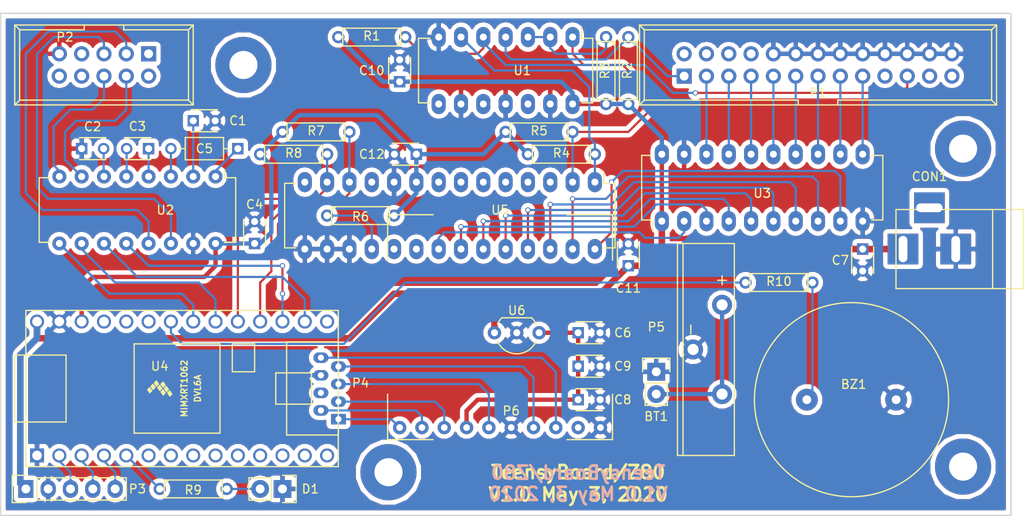
<source format=kicad_pcb>
(kicad_pcb (version 4) (host pcbnew 4.0.5+dfsg1-4)
  (title_block (title TeensyBoard/Z80) (date 2020-05-03) (rev 1.0))
  (layers (0 F.Cu signal) (31 B.Cu signal) (34 B.Paste user) (35 F.Paste user) (36 B.SilkS user) (37 F.SilkS user) (38 B.Mask user) (39 F.Mask user) (44 Edge.Cuts user))
  (net 0 "")
  (net 1 VMEM)
  (net 2 GND)
  (net 3 "Net-(BZ1-Pad1)")
  (net 4 "Net-(C1-Pad1)")
  (net 5 "Net-(C2-Pad2)")
  (net 6 "Net-(C3-Pad1)")
  (net 7 "Net-(C3-Pad2)")
  (net 8 +3V3)
  (net 9 "Net-(C5-Pad1)")
  (net 10 "Net-(C5-Pad2)")
  (net 11 "Net-(C6-Pad1)")
  (net 12 +5V)
  (net 13 "Net-(D1-Pad2)")
  (net 14 "Net-(P1-Pad1)")
  (net 15 "Net-(P1-Pad2)")
  (net 16 "Net-(P1-Pad3)")
  (net 17 "Net-(P1-Pad4)")
  (net 18 "Net-(P1-Pad5)")
  (net 19 "Net-(P1-Pad6)")
  (net 20 "Net-(P1-Pad7)")
  (net 21 "Net-(P1-Pad8)")
  (net 22 "Net-(P1-Pad9)")
  (net 23 "Net-(P1-Pad11)")
  (net 24 "Net-(P1-Pad13)")
  (net 25 "Net-(P1-Pad15)")
  (net 26 "Net-(P1-Pad17)")
  (net 27 "Net-(P1-Pad19)")
  (net 28 "Net-(P1-Pad21)")
  (net 29 "Net-(P1-Pad23)")
  (net 30 "Net-(P1-Pad25)")
  (net 31 "Net-(P2-Pad1)")
  (net 32 "Net-(P2-Pad2)")
  (net 33 "Net-(P2-Pad3)")
  (net 34 "Net-(P2-Pad4)")
  (net 35 "Net-(P2-Pad5)")
  (net 36 "Net-(P2-Pad6)")
  (net 37 "Net-(P2-Pad7)")
  (net 38 "Net-(P2-Pad8)")
  (net 39 "Net-(P2-Pad10)")
  (net 40 "Net-(P3-Pad3)")
  (net 41 "Net-(P3-Pad4)")
  (net 42 "Net-(P3-Pad5)")
  (net 43 "Net-(P6-Pad9)")
  (net 44 "Net-(R3-Pad1)")
  (net 45 "Net-(R4-Pad1)")
  (net 46 "Net-(R5-Pad1)")
  (net 47 "Net-(R6-Pad1)")
  (net 48 "Net-(R7-Pad1)")
  (net 49 "Net-(R8-Pad1)")
  (net 50 "Net-(R9-Pad1)")
  (net 51 "Net-(R10-Pad2)")
  (net 52 "Net-(U2-Pad9)")
  (net 53 "Net-(U2-Pad10)")
  (net 54 "Net-(U2-Pad11)")
  (net 55 "Net-(U2-Pad12)")
  (net 56 "Net-(U3-Pad3)")
  (net 57 "Net-(U3-Pad4)")
  (net 58 "Net-(U3-Pad5)")
  (net 59 "Net-(U3-Pad6)")
  (net 60 "Net-(U3-Pad7)")
  (net 61 "Net-(U3-Pad8)")
  (net 62 "Net-(U3-Pad19)")
  (net 63 "Net-(U3-Pad20)")
  (net 64 "Net-(U3-Pad21)")
  (net 65 "Net-(U3-Pad22)")
  (net 66 "Net-(U3-Pad23)")
  (net 67 "Net-(U3-Pad24)")
  (net 68 "Net-(U3-Pad25)")
  (net 69 "Net-(U3-Pad26)")
  (net 70 "Net-(U3-Pad27)")
  (net 71 "Net-(U3-Pad28)")
  (net 72 "Net-(U4-Pad15)")
  (net 73 "Net-(U4-Pad14)")
  (net 74 "Net-(U4-Pad13)")
  (net 75 "Net-(U4-Pad12)")
  (net 76 "Net-(U4-Pad11)")
  (net 77 "Net-(U4-Pad10)")
  (net 78 "Net-(U4-Pad9)")
  (net 79 "Net-(U4-Pad8)")
  (net 80 "Net-(U4-Pad7)")
  (net 81 "Net-(U4-Pad6)")
  (net 82 "Net-(U1-Pad8)")
  (net 83 "Net-(U1-Pad10)")
  (net 84 "Net-(U1-Pad12)")
  (net 85 "Net-(P4-Pad4)")
  (net 86 "Net-(U4-Pad23)")
  (net 87 "Net-(U4-Pad24)")
  (net 88 "Net-(U4-Pad25)")
  (net 89 "Net-(CON1-Pad3)")
  (net 90 "Net-(P4-Pad1)")
  (net 91 "Net-(P4-Pad2)")
  (net 92 "Net-(P4-Pad3)")
  (net 93 "Net-(P4-Pad5)")
  (net 94 "Net-(P4-Pad7)")
  (net 95 "Net-(P4-Pad8)")
  (module Teensy:Teensy40 (layer F.Cu) (at 120.65 92.71)
    (fp_text reference U4 (at -2.54 -2.54) (layer F.SilkS))
    (fp_text value Teensy4.0)
    (fp_text user MIMXRT1062 (at 0.254 0 90) (layer F.SilkS) (effects (font (size 0.7 0.7))))
    (fp_text user DVL6A (at 1.778 0 90) (layer F.SilkS) (effects (font (size 0.7 0.7))))
    (pad 15 thru_hole circle (at 16.51 -7.62) (size 1.6 1.6) (drill 1.1) (layers *.Cu *.Mask) (net 72 "Net-(U4-Pad15)"))
    (pad 14 thru_hole circle (at 16.51 7.62) (size 1.6 1.6) (drill 1.1) (layers *.Cu *.Mask) (net 73 "Net-(U4-Pad14)"))
    (pad 16 thru_hole circle (at 13.97 -7.62) (size 1.6 1.6) (drill 1.1) (layers *.Cu *.Mask) (net 54 "Net-(U2-Pad11)"))
    (pad 17 thru_hole circle (at 11.43 -7.62) (size 1.6 1.6) (drill 1.1) (layers *.Cu *.Mask) (net 55 "Net-(U2-Pad12)"))
    (pad 18 thru_hole circle (at 8.89 -7.62) (size 1.6 1.6) (drill 1.1) (layers *.Cu *.Mask) (net 48 "Net-(R7-Pad1)"))
    (pad 19 thru_hole circle (at 6.35 -7.62) (size 1.6 1.6) (drill 1.1) (layers *.Cu *.Mask) (net 49 "Net-(R8-Pad1)"))
    (pad 20 thru_hole circle (at 3.81 -7.62) (size 1.6 1.6) (drill 1.1) (layers *.Cu *.Mask) (net 53 "Net-(U2-Pad10)"))
    (pad 21 thru_hole circle (at 1.27 -7.62) (size 1.6 1.6) (drill 1.1) (layers *.Cu *.Mask) (net 52 "Net-(U2-Pad9)"))
    (pad 22 thru_hole circle (at -1.27 -7.62) (size 1.6 1.6) (drill 1.1) (layers *.Cu *.Mask) (net 51 "Net-(R10-Pad2)"))
    (pad 23 thru_hole circle (at -3.81 -7.62) (size 1.6 1.6) (drill 1.1) (layers *.Cu *.Mask) (net 86 "Net-(U4-Pad23)"))
    (pad 24 thru_hole circle (at -6.35 -7.62) (size 1.6 1.6) (drill 1.1) (layers *.Cu *.Mask) (net 87 "Net-(U4-Pad24)"))
    (pad 25 thru_hole circle (at -8.89 -7.62) (size 1.6 1.6) (drill 1.1) (layers *.Cu *.Mask) (net 88 "Net-(U4-Pad25)"))
    (pad 26 thru_hole circle (at -11.43 -7.62) (size 1.6 1.6) (drill 1.1) (layers *.Cu *.Mask) (net 8 +3V3))
    (pad 27 thru_hole circle (at -13.97 -7.62) (size 1.6 1.6) (drill 1.1) (layers *.Cu *.Mask) (net 2 GND))
    (pad 28 thru_hole circle (at -16.51 -7.62) (size 1.6 1.6) (drill 1.1) (layers *.Cu *.Mask) (net 12 +5V))
    (pad 13 thru_hole circle (at 13.97 7.62) (size 1.6 1.6) (drill 1.1) (layers *.Cu *.Mask) (net 74 "Net-(U4-Pad13)"))
    (pad 12 thru_hole circle (at 11.43 7.62) (size 1.6 1.6) (drill 1.1) (layers *.Cu *.Mask) (net 75 "Net-(U4-Pad12)"))
    (pad 11 thru_hole circle (at 8.89 7.62) (size 1.6 1.6) (drill 1.1) (layers *.Cu *.Mask) (net 76 "Net-(U4-Pad11)"))
    (pad 10 thru_hole circle (at 6.35 7.62) (size 1.6 1.6) (drill 1.1) (layers *.Cu *.Mask) (net 77 "Net-(U4-Pad10)"))
    (pad 9 thru_hole circle (at 3.81 7.62) (size 1.6 1.6) (drill 1.1) (layers *.Cu *.Mask) (net 78 "Net-(U4-Pad9)"))
    (pad 8 thru_hole circle (at 1.27 7.62) (size 1.6 1.6) (drill 1.1) (layers *.Cu *.Mask) (net 79 "Net-(U4-Pad8)"))
    (pad 7 thru_hole circle (at -1.27 7.62) (size 1.6 1.6) (drill 1.1) (layers *.Cu *.Mask) (net 80 "Net-(U4-Pad7)"))
    (pad 6 thru_hole circle (at -3.81 7.62) (size 1.6 1.6) (drill 1.1) (layers *.Cu *.Mask) (net 81 "Net-(U4-Pad6)"))
    (pad 5 thru_hole circle (at -6.35 7.62) (size 1.6 1.6) (drill 1.1) (layers *.Cu *.Mask) (net 50 "Net-(R9-Pad1)"))
    (pad 4 thru_hole circle (at -8.89 7.62) (size 1.6 1.6) (drill 1.1) (layers *.Cu *.Mask) (net 42 "Net-(P3-Pad5)"))
    (pad 3 thru_hole circle (at -11.43 7.62) (size 1.6 1.6) (drill 1.1) (layers *.Cu *.Mask) (net 41 "Net-(P3-Pad4)"))
    (pad 2 thru_hole circle (at -13.97 7.62) (size 1.6 1.6) (drill 1.1) (layers *.Cu *.Mask) (net 40 "Net-(P3-Pad3)"))
    (pad 1 thru_hole rect (at -16.51 7.62) (size 1.6 1.6) (drill 1.1) (layers *.Cu *.Mask) (net 2 GND))
  )
  (module Mounting_Holes:MountingHole_3.2mm_M3_Pad (layer F.Cu) (at 209.55 65.405)
    (fp_text reference "" hide)
    (fp_text value "" hide)
    (pad 1 thru_hole circle (at 0 0) (size 6.4 6.4) (drill 3.2) (layers *.Cu *.Mask))
  )
  (module Mounting_Holes:MountingHole_3.2mm_M3_Pad (layer F.Cu) (at 209.55 101.6)
    (fp_text reference "" hide)
    (fp_text value "" hide)
    (pad 1 thru_hole circle (at 0 0) (size 6.4 6.4) (drill 3.2) (layers *.Cu *.Mask))
  )
  (module Mounting_Holes:MountingHole_3.2mm_M3_Pad (layer F.Cu) (at 144.145 102.235)
    (fp_text reference "" hide)
    (fp_text value "" hide)
    (pad 1 thru_hole circle (at 0 0) (size 6.4 6.4) (drill 3.2) (layers *.Cu *.Mask))
  )
  (module Discret:R3 (layer F.Cu) (at 188.595 80.645 180)
    (fp_text reference R10 (at 0 0.127 180) (layer F.SilkS))
    (fp_text value 1K)
    (pad 1 thru_hole circle (at -3.81 0 180) (size 1.397 1.397) (drill 0.8128) (layers *.Cu *.Mask) (net 3 "Net-(BZ1-Pad1)"))
    (pad 2 thru_hole circle (at 3.81 0 180) (size 1.397 1.397) (drill 0.8128) (layers *.Cu *.Mask) (net 51 "Net-(R10-Pad2)"))
  )
  (module Housings_DIP:DIP-14_W7.62mm_LongPads (layer F.Cu) (at 165.1 52.705 270)
    (fp_text reference U1 (at 3.81 5.715 360) (layer F.SilkS))
    (fp_text value 74LS05)
    (pad 1 thru_hole oval (at 0 0 270) (size 2.3 1.6) (drill 0.8) (layers *.Cu *.Mask) (net 46 "Net-(R5-Pad1)"))
    (pad 2 thru_hole oval (at 0 2.54 270) (size 2.3 1.6) (drill 0.8) (layers *.Cu *.Mask) (net 44 "Net-(R3-Pad1)"))
    (pad 3 thru_hole oval (at 0 5.08 270) (size 2.3 1.6) (drill 0.8) (layers *.Cu *.Mask) (net 44 "Net-(R3-Pad1)"))
    (pad 4 thru_hole oval (at 0 7.62 270) (size 2.3 1.6) (drill 0.8) (layers *.Cu *.Mask) (net 14 "Net-(P1-Pad1)"))
    (pad 5 thru_hole oval (at 0 10.16 270) (size 2.3 1.6) (drill 0.8) (layers *.Cu *.Mask) (net 28 "Net-(P1-Pad21)"))
    (pad 6 thru_hole oval (at 0 12.7 270) (size 2.3 1.6) (drill 0.8) (layers *.Cu *.Mask) (net 45 "Net-(R4-Pad1)"))
    (pad 7 thru_hole oval (at 0 15.24 270) (size 2.3 1.6) (drill 0.8) (layers *.Cu *.Mask) (net 2 GND))
    (pad 8 thru_hole oval (at 7.62 15.24 270) (size 2.3 1.6) (drill 0.8) (layers *.Cu *.Mask) (net 82 "Net-(U1-Pad8)"))
    (pad 9 thru_hole oval (at 7.62 12.7 270) (size 2.3 1.6) (drill 0.8) (layers *.Cu *.Mask) (net 2 GND))
    (pad 10 thru_hole oval (at 7.62 10.16 270) (size 2.3 1.6) (drill 0.8) (layers *.Cu *.Mask) (net 83 "Net-(U1-Pad10)"))
    (pad 11 thru_hole oval (at 7.62 7.62 270) (size 2.3 1.6) (drill 0.8) (layers *.Cu *.Mask) (net 2 GND))
    (pad 12 thru_hole oval (at 7.62 5.08 270) (size 2.3 1.6) (drill 0.8) (layers *.Cu *.Mask) (net 84 "Net-(U1-Pad12)"))
    (pad 13 thru_hole oval (at 7.62 2.54 270) (size 2.3 1.6) (drill 0.8) (layers *.Cu *.Mask) (net 2 GND))
    (pad 14 thru_hole oval (at 7.62 0 270) (size 2.3 1.6) (drill 0.8) (layers *.Cu *.Mask) (net 12 +5V))
  )
  (module microSD_Adapters:CN0023 (layer F.Cu) (at 145.415 97.155)
    (fp_text reference P6 (at 12.7 -1.905) (layer F.SilkS))
    (fp_text value CN0023)
    (pad 1 thru_hole circle (at 0 0) (size 1.524 1.524) (drill 0.762) (layers *.Cu *.Mask) (net 90 "Net-(P4-Pad1)"))
    (pad 2 thru_hole circle (at 2.54 0) (size 1.524 1.524) (drill 0.762) (layers *.Cu *.Mask) (net 91 "Net-(P4-Pad2)"))
    (pad 3 thru_hole circle (at 5.08 0) (size 1.524 1.524) (drill 0.762) (layers *.Cu *.Mask) (net 92 "Net-(P4-Pad3)"))
    (pad 4 thru_hole circle (at 7.62 0) (size 1.524 1.524) (drill 0.762) (layers *.Cu *.Mask) (net 11 "Net-(C6-Pad1)"))
    (pad 5 thru_hole circle (at 10.16 0) (size 1.524 1.524) (drill 0.762) (layers *.Cu *.Mask) (net 93 "Net-(P4-Pad5)"))
    (pad 6 thru_hole circle (at 12.7 0) (size 1.524 1.524) (drill 0.762) (layers *.Cu *.Mask) (net 2 GND))
    (pad 7 thru_hole circle (at 15.24 0) (size 1.524 1.524) (drill 0.762) (layers *.Cu *.Mask) (net 94 "Net-(P4-Pad7)"))
    (pad 8 thru_hole circle (at 17.78 0) (size 1.524 1.524) (drill 0.762) (layers *.Cu *.Mask) (net 95 "Net-(P4-Pad8)"))
    (pad 9 thru_hole circle (at 20.32 0) (size 1.524 1.524) (drill 0.762) (layers *.Cu *.Mask) (net 43 "Net-(P6-Pad9)"))
    (pad 10 thru_hole circle (at 22.86 0) (size 1.524 1.524) (drill 0.762) (layers *.Cu *.Mask) (net 2 GND))
  )
  (module Housings_DIP:DIP-28_W7.62mm_LongPads (layer F.Cu) (at 167.64 69.215 270)
    (fp_text reference U3 (at 1.27 -19.05 360) (layer F.SilkS))
    (fp_text value MCP23017)
    (pad 1 thru_hole oval (at 0 0 270) (size 2.3 1.6) (drill 0.8) (layers *.Cu *.Mask) (net 45 "Net-(R4-Pad1)"))
    (pad 2 thru_hole oval (at 0 2.54 270) (size 2.3 1.6) (drill 0.8) (layers *.Cu *.Mask) (net 46 "Net-(R5-Pad1)"))
    (pad 3 thru_hole oval (at 0 5.08 270) (size 2.3 1.6) (drill 0.8) (layers *.Cu *.Mask) (net 56 "Net-(U3-Pad3)"))
    (pad 4 thru_hole oval (at 0 7.62 270) (size 2.3 1.6) (drill 0.8) (layers *.Cu *.Mask) (net 57 "Net-(U3-Pad4)"))
    (pad 5 thru_hole oval (at 0 10.16 270) (size 2.3 1.6) (drill 0.8) (layers *.Cu *.Mask) (net 58 "Net-(U3-Pad5)"))
    (pad 6 thru_hole oval (at 0 12.7 270) (size 2.3 1.6) (drill 0.8) (layers *.Cu *.Mask) (net 59 "Net-(U3-Pad6)"))
    (pad 7 thru_hole oval (at 0 15.24 270) (size 2.3 1.6) (drill 0.8) (layers *.Cu *.Mask) (net 60 "Net-(U3-Pad7)"))
    (pad 8 thru_hole oval (at 0 17.78 270) (size 2.3 1.6) (drill 0.8) (layers *.Cu *.Mask) (net 61 "Net-(U3-Pad8)"))
    (pad 9 thru_hole oval (at 0 20.32 270) (size 2.3 1.6) (drill 0.8) (layers *.Cu *.Mask) (net 8 +3V3))
    (pad 10 thru_hole oval (at 0 22.86 270) (size 2.3 1.6) (drill 0.8) (layers *.Cu *.Mask) (net 2 GND))
    (pad 11 thru_hole oval (at 0 25.4 270) (size 2.3 1.6) (drill 0.8) (layers *.Cu *.Mask))
    (pad 12 thru_hole oval (at 0 27.94 270) (size 2.3 1.6) (drill 0.8) (layers *.Cu *.Mask) (net 48 "Net-(R7-Pad1)"))
    (pad 13 thru_hole oval (at 0 30.48 270) (size 2.3 1.6) (drill 0.8) (layers *.Cu *.Mask) (net 49 "Net-(R8-Pad1)"))
    (pad 14 thru_hole oval (at 0 33.02 270) (size 2.3 1.6) (drill 0.8) (layers *.Cu *.Mask))
    (pad 15 thru_hole oval (at 7.62 33.02 270) (size 2.3 1.6) (drill 0.8) (layers *.Cu *.Mask) (net 2 GND))
    (pad 16 thru_hole oval (at 7.62 30.48 270) (size 2.3 1.6) (drill 0.8) (layers *.Cu *.Mask) (net 2 GND))
    (pad 17 thru_hole oval (at 7.62 27.94 270) (size 2.3 1.6) (drill 0.8) (layers *.Cu *.Mask) (net 2 GND))
    (pad 18 thru_hole oval (at 7.62 25.4 270) (size 2.3 1.6) (drill 0.8) (layers *.Cu *.Mask) (net 47 "Net-(R6-Pad1)"))
    (pad 19 thru_hole oval (at 7.62 22.86 270) (size 2.3 1.6) (drill 0.8) (layers *.Cu *.Mask) (net 62 "Net-(U3-Pad19)"))
    (pad 20 thru_hole oval (at 7.62 20.32 270) (size 2.3 1.6) (drill 0.8) (layers *.Cu *.Mask) (net 63 "Net-(U3-Pad20)"))
    (pad 21 thru_hole oval (at 7.62 17.78 270) (size 2.3 1.6) (drill 0.8) (layers *.Cu *.Mask) (net 64 "Net-(U3-Pad21)"))
    (pad 22 thru_hole oval (at 7.62 15.24 270) (size 2.3 1.6) (drill 0.8) (layers *.Cu *.Mask) (net 65 "Net-(U3-Pad22)"))
    (pad 23 thru_hole oval (at 7.62 12.7 270) (size 2.3 1.6) (drill 0.8) (layers *.Cu *.Mask) (net 66 "Net-(U3-Pad23)"))
    (pad 24 thru_hole oval (at 7.62 10.16 270) (size 2.3 1.6) (drill 0.8) (layers *.Cu *.Mask) (net 67 "Net-(U3-Pad24)"))
    (pad 25 thru_hole oval (at 7.62 7.62 270) (size 2.3 1.6) (drill 0.8) (layers *.Cu *.Mask) (net 68 "Net-(U3-Pad25)"))
    (pad 26 thru_hole oval (at 7.62 5.08 270) (size 2.3 1.6) (drill 0.8) (layers *.Cu *.Mask) (net 69 "Net-(U3-Pad26)"))
    (pad 27 thru_hole oval (at 7.62 2.54 270) (size 2.3 1.6) (drill 0.8) (layers *.Cu *.Mask) (net 70 "Net-(U3-Pad27)"))
    (pad 28 thru_hole oval (at 7.62 0 270) (size 2.3 1.6) (drill 0.8) (layers *.Cu *.Mask) (net 71 "Net-(U3-Pad28)"))
  )
  (module Connectors:CR2032V (layer F.Cu) (at 180.34 88.265 90)
    (fp_text reference BT1 (at -7.62 -5.715 180) (layer F.SilkS))
    (fp_text value CR2032)
    (pad 1 thru_hole circle (at -5.08 1.778 90) (size 2.286 2.286) (drill 1.27) (layers *.Cu *.Mask) (net 1 VMEM))
    (pad 1 thru_hole circle (at 5.08 1.778 90) (size 2.286 2.286) (drill 1.27) (layers *.Cu *.Mask) (net 1 VMEM))
    (pad 2 thru_hole circle (at 0 -1.524 90) (size 2.286 2.286) (drill 1.27) (layers *.Cu *.Mask) (net 2 GND))
  )
  (module Murata_Buzzers:PKM22EPP (layer F.Cu) (at 196.85 93.98)
    (fp_text reference BZ1 (at 0.24892 -1.75006 180) (layer F.SilkS))
    (fp_text value Buzzer)
    (pad 2 thru_hole circle (at 5.08 0) (size 2.49936 2.49936) (drill 1.00076) (layers *.Cu *.Mask) (net 2 GND))
    (pad 1 thru_hole circle (at -5.08 0) (size 2.49936 2.49936) (drill 1.00076) (layers *.Cu *.Mask) (net 3 "Net-(BZ1-Pad1)"))
  )
  (module Capacitors_THT:C_Disc_D3_P2.5 (layer F.Cu) (at 121.92 62.23)
    (fp_text reference C1 (at 5.08 0) (layer F.SilkS))
    (fp_text value 100nF)
    (pad 1 thru_hole rect (at 0 0) (size 1.3 1.3) (drill 0.8) (layers *.Cu *.Mask) (net 4 "Net-(C1-Pad1)"))
    (pad 2 thru_hole circle (at 2.5 0) (size 1.3 1.3) (drill 0.8001) (layers *.Cu *.Mask) (net 2 GND))
  )
  (module Capacitors_THT:C_Disc_D3_P2.5 (layer F.Cu) (at 109.22 65.405)
    (fp_text reference C2 (at 1.25 -2.5) (layer F.SilkS))
    (fp_text value 100nF)
    (pad 1 thru_hole rect (at 0 0) (size 1.3 1.3) (drill 0.8) (layers *.Cu *.Mask) (net 2 GND))
    (pad 2 thru_hole circle (at 2.5 0) (size 1.3 1.3) (drill 0.8001) (layers *.Cu *.Mask) (net 5 "Net-(C2-Pad2)"))
  )
  (module Capacitors_THT:C_Disc_D3_P2.5 (layer F.Cu) (at 116.84 65.405 180)
    (fp_text reference C3 (at 1.27 2.54 180) (layer F.SilkS))
    (fp_text value 100nF)
    (pad 1 thru_hole rect (at 0 0 180) (size 1.3 1.3) (drill 0.8) (layers *.Cu *.Mask) (net 6 "Net-(C3-Pad1)"))
    (pad 2 thru_hole circle (at 2.5 0 180) (size 1.3 1.3) (drill 0.8001) (layers *.Cu *.Mask) (net 7 "Net-(C3-Pad2)"))
  )
  (module Capacitors_THT:C_Disc_D3_P2.5 (layer F.Cu) (at 128.905 76.2 90)
    (fp_text reference C4 (at 4.445 0 180) (layer F.SilkS))
    (fp_text value 100nF)
    (pad 1 thru_hole rect (at 0 0 90) (size 1.3 1.3) (drill 0.8) (layers *.Cu *.Mask) (net 8 +3V3))
    (pad 2 thru_hole circle (at 2.5 0 90) (size 1.3 1.3) (drill 0.8001) (layers *.Cu *.Mask) (net 2 GND))
  )
  (module Capacitors_THT:C_Axial_D2.5_L4.3_P7.5 (layer F.Cu) (at 123.19 65.405 180)
    (fp_text reference C5 (at 0 0 180) (layer F.SilkS))
    (fp_text value 100nF)
    (pad 1 thru_hole rect (at -3.81 0 180) (size 1.3 1.3) (drill 0.8) (layers *.Cu *.Mask) (net 9 "Net-(C5-Pad1)"))
    (pad 2 thru_hole circle (at 3.81 0 180) (size 1.3 1.3) (drill 0.8001) (layers *.Cu *.Mask) (net 10 "Net-(C5-Pad2)"))
  )
  (module Capacitors_THT:C_Disc_D3_P2.5 (layer F.Cu) (at 198.12 76.835 270)
    (fp_text reference C7 (at 1.27 2.54 360) (layer F.SilkS))
    (fp_text value 100nF)
    (pad 1 thru_hole rect (at 0 0 270) (size 1.3 1.3) (drill 0.8) (layers *.Cu *.Mask) (net 12 +5V))
    (pad 2 thru_hole circle (at 2.5 0 270) (size 1.3 1.3) (drill 0.8001) (layers *.Cu *.Mask) (net 2 GND))
  )
  (module Capacitors_THT:C_Disc_D3_P2.5 (layer F.Cu) (at 165.735 93.98)
    (fp_text reference C8 (at 5.08 0) (layer F.SilkS))
    (fp_text value 100nF)
    (pad 1 thru_hole rect (at 0 0) (size 1.3 1.3) (drill 0.8) (layers *.Cu *.Mask) (net 11 "Net-(C6-Pad1)"))
    (pad 2 thru_hole circle (at 2.5 0) (size 1.3 1.3) (drill 0.8001) (layers *.Cu *.Mask) (net 2 GND))
  )
  (module Capacitors_THT:C_Disc_D3_P2.5 (layer F.Cu) (at 165.735 90.17)
    (fp_text reference C9 (at 5.08 0) (layer F.SilkS))
    (fp_text value 4.7uF)
    (pad 1 thru_hole rect (at 0 0) (size 1.3 1.3) (drill 0.8) (layers *.Cu *.Mask) (net 11 "Net-(C6-Pad1)"))
    (pad 2 thru_hole circle (at 2.5 0) (size 1.3 1.3) (drill 0.8001) (layers *.Cu *.Mask) (net 2 GND))
  )
  (module Capacitors_THT:C_Disc_D3_P2.5 (layer F.Cu) (at 145.415 57.785 90)
    (fp_text reference C10 (at 1.27 -3.175 180) (layer F.SilkS))
    (fp_text value 100nF)
    (pad 1 thru_hole rect (at 0 0 90) (size 1.3 1.3) (drill 0.8) (layers *.Cu *.Mask) (net 12 +5V))
    (pad 2 thru_hole circle (at 2.5 0 90) (size 1.3 1.3) (drill 0.8001) (layers *.Cu *.Mask) (net 2 GND))
  )
  (module Capacitors_THT:C_Disc_D3_P2.5 (layer F.Cu) (at 171.45 78.74 90)
    (fp_text reference C11 (at -2.54 0 180) (layer F.SilkS))
    (fp_text value 100nF)
    (pad 1 thru_hole rect (at 0 0 90) (size 1.3 1.3) (drill 0.8) (layers *.Cu *.Mask) (net 12 +5V))
    (pad 2 thru_hole circle (at 2.5 0 90) (size 1.3 1.3) (drill 0.8001) (layers *.Cu *.Mask) (net 2 GND))
  )
  (module Capacitors_THT:C_Disc_D3_P2.5 (layer F.Cu) (at 147.32 66.04 180)
    (fp_text reference C12 (at 5.08 0 180) (layer F.SilkS))
    (fp_text value 100nF)
    (pad 1 thru_hole rect (at 0 0 180) (size 1.3 1.3) (drill 0.8) (layers *.Cu *.Mask) (net 8 +3V3))
    (pad 2 thru_hole circle (at 2.5 0 180) (size 1.3 1.3) (drill 0.8001) (layers *.Cu *.Mask) (net 2 GND))
  )
  (module Connectors:IDC_Header_Straight_26pins (layer F.Cu) (at 177.8 57.15)
    (fp_text reference P1 (at 15.24 1.905) (layer F.SilkS))
    (fp_text value "Parallel Port")
    (pad 1 thru_hole rect (at 0 0) (size 1.7272 1.7272) (drill 1.016) (layers *.Cu *.Mask) (net 14 "Net-(P1-Pad1)"))
    (pad 2 thru_hole oval (at 0 -2.54) (size 1.7272 1.7272) (drill 1.016) (layers *.Cu *.Mask) (net 15 "Net-(P1-Pad2)"))
    (pad 3 thru_hole oval (at 2.54 0) (size 1.7272 1.7272) (drill 1.016) (layers *.Cu *.Mask) (net 16 "Net-(P1-Pad3)"))
    (pad 4 thru_hole oval (at 2.54 -2.54) (size 1.7272 1.7272) (drill 1.016) (layers *.Cu *.Mask) (net 17 "Net-(P1-Pad4)"))
    (pad 5 thru_hole oval (at 5.08 0) (size 1.7272 1.7272) (drill 1.016) (layers *.Cu *.Mask) (net 18 "Net-(P1-Pad5)"))
    (pad 6 thru_hole oval (at 5.08 -2.54) (size 1.7272 1.7272) (drill 1.016) (layers *.Cu *.Mask) (net 19 "Net-(P1-Pad6)"))
    (pad 7 thru_hole oval (at 7.62 0) (size 1.7272 1.7272) (drill 1.016) (layers *.Cu *.Mask) (net 20 "Net-(P1-Pad7)"))
    (pad 8 thru_hole oval (at 7.62 -2.54) (size 1.7272 1.7272) (drill 1.016) (layers *.Cu *.Mask) (net 21 "Net-(P1-Pad8)"))
    (pad 9 thru_hole oval (at 10.16 0) (size 1.7272 1.7272) (drill 1.016) (layers *.Cu *.Mask) (net 22 "Net-(P1-Pad9)"))
    (pad 10 thru_hole oval (at 10.16 -2.54) (size 1.7272 1.7272) (drill 1.016) (layers *.Cu *.Mask) (net 2 GND))
    (pad 11 thru_hole oval (at 12.7 0) (size 1.7272 1.7272) (drill 1.016) (layers *.Cu *.Mask) (net 23 "Net-(P1-Pad11)"))
    (pad 12 thru_hole oval (at 12.7 -2.54) (size 1.7272 1.7272) (drill 1.016) (layers *.Cu *.Mask) (net 2 GND))
    (pad 13 thru_hole oval (at 15.24 0) (size 1.7272 1.7272) (drill 1.016) (layers *.Cu *.Mask) (net 24 "Net-(P1-Pad13)"))
    (pad 14 thru_hole oval (at 15.24 -2.54) (size 1.7272 1.7272) (drill 1.016) (layers *.Cu *.Mask) (net 2 GND))
    (pad 15 thru_hole oval (at 17.78 0) (size 1.7272 1.7272) (drill 1.016) (layers *.Cu *.Mask) (net 25 "Net-(P1-Pad15)"))
    (pad 16 thru_hole oval (at 17.78 -2.54) (size 1.7272 1.7272) (drill 1.016) (layers *.Cu *.Mask) (net 2 GND))
    (pad 17 thru_hole oval (at 20.32 0) (size 1.7272 1.7272) (drill 1.016) (layers *.Cu *.Mask) (net 26 "Net-(P1-Pad17)"))
    (pad 18 thru_hole oval (at 20.32 -2.54) (size 1.7272 1.7272) (drill 1.016) (layers *.Cu *.Mask) (net 2 GND))
    (pad 19 thru_hole oval (at 22.86 0) (size 1.7272 1.7272) (drill 1.016) (layers *.Cu *.Mask) (net 27 "Net-(P1-Pad19)"))
    (pad 20 thru_hole oval (at 22.86 -2.54) (size 1.7272 1.7272) (drill 1.016) (layers *.Cu *.Mask) (net 2 GND))
    (pad 21 thru_hole oval (at 25.4 0) (size 1.7272 1.7272) (drill 1.016) (layers *.Cu *.Mask) (net 28 "Net-(P1-Pad21)"))
    (pad 22 thru_hole oval (at 25.4 -2.54) (size 1.7272 1.7272) (drill 1.016) (layers *.Cu *.Mask) (net 2 GND))
    (pad 23 thru_hole oval (at 27.94 0) (size 1.7272 1.7272) (drill 1.016) (layers *.Cu *.Mask) (net 29 "Net-(P1-Pad23)"))
    (pad 24 thru_hole oval (at 27.94 -2.54) (size 1.7272 1.7272) (drill 1.016) (layers *.Cu *.Mask) (net 2 GND))
    (pad 25 thru_hole oval (at 30.48 0) (size 1.7272 1.7272) (drill 1.016) (layers *.Cu *.Mask) (net 30 "Net-(P1-Pad25)"))
    (pad 26 thru_hole oval (at 30.48 -2.54) (size 1.7272 1.7272) (drill 1.016) (layers *.Cu *.Mask) (net 2 GND))
  )
  (module Connectors:IDC_Header_Straight_10pins (layer F.Cu) (at 116.84 54.61 180)
    (fp_text reference P2 (at 9.525 1.905 180) (layer F.SilkS))
    (fp_text value "Serial Port")
    (pad 1 thru_hole rect (at 0 0 180) (size 1.7272 1.7272) (drill 1.016) (layers *.Cu *.Mask) (net 31 "Net-(P2-Pad1)"))
    (pad 2 thru_hole oval (at 0 -2.54 180) (size 1.7272 1.7272) (drill 1.016) (layers *.Cu *.Mask) (net 32 "Net-(P2-Pad2)"))
    (pad 3 thru_hole oval (at 2.54 0 180) (size 1.7272 1.7272) (drill 1.016) (layers *.Cu *.Mask) (net 33 "Net-(P2-Pad3)"))
    (pad 4 thru_hole oval (at 2.54 -2.54 180) (size 1.7272 1.7272) (drill 1.016) (layers *.Cu *.Mask) (net 34 "Net-(P2-Pad4)"))
    (pad 5 thru_hole oval (at 5.08 0 180) (size 1.7272 1.7272) (drill 1.016) (layers *.Cu *.Mask) (net 35 "Net-(P2-Pad5)"))
    (pad 6 thru_hole oval (at 5.08 -2.54 180) (size 1.7272 1.7272) (drill 1.016) (layers *.Cu *.Mask) (net 36 "Net-(P2-Pad6)"))
    (pad 7 thru_hole oval (at 7.62 0 180) (size 1.7272 1.7272) (drill 1.016) (layers *.Cu *.Mask) (net 37 "Net-(P2-Pad7)"))
    (pad 8 thru_hole oval (at 7.62 -2.54 180) (size 1.7272 1.7272) (drill 1.016) (layers *.Cu *.Mask) (net 38 "Net-(P2-Pad8)"))
    (pad 9 thru_hole oval (at 10.16 0 180) (size 1.7272 1.7272) (drill 1.016) (layers *.Cu *.Mask) (net 2 GND))
    (pad 10 thru_hole oval (at 10.16 -2.54 180) (size 1.7272 1.7272) (drill 1.016) (layers *.Cu *.Mask) (net 39 "Net-(P2-Pad10)"))
  )
  (module Pin_Headers:Pin_Header_Straight_1x05 (layer F.Cu) (at 102.87 104.14 90)
    (fp_text reference P3 (at 0 12.7 180) (layer F.SilkS))
    (fp_text value "rPi Port")
    (pad 1 thru_hole rect (at 0 0 90) (size 2.032 1.7272) (drill 1.016) (layers *.Cu *.Mask) (net 12 +5V))
    (pad 2 thru_hole oval (at 0 2.54 90) (size 2.032 1.7272) (drill 1.016) (layers *.Cu *.Mask) (net 2 GND))
    (pad 3 thru_hole oval (at 0 5.08 90) (size 2.032 1.7272) (drill 1.016) (layers *.Cu *.Mask) (net 40 "Net-(P3-Pad3)"))
    (pad 4 thru_hole oval (at 0 7.62 90) (size 2.032 1.7272) (drill 1.016) (layers *.Cu *.Mask) (net 41 "Net-(P3-Pad4)"))
    (pad 5 thru_hole oval (at 0 10.16 90) (size 2.032 1.7272) (drill 1.016) (layers *.Cu *.Mask) (net 42 "Net-(P3-Pad5)"))
  )
  (module Discret:R3 (layer F.Cu) (at 142.24 52.705 180)
    (fp_text reference R1 (at 0 0.127 180) (layer F.SilkS))
    (fp_text value 10K)
    (pad 1 thru_hole circle (at -3.81 0 180) (size 1.397 1.397) (drill 0.8128) (layers *.Cu *.Mask) (net 28 "Net-(P1-Pad21)"))
    (pad 2 thru_hole circle (at 3.81 0 180) (size 1.397 1.397) (drill 0.8128) (layers *.Cu *.Mask) (net 12 +5V))
  )
  (module Discret:R3 (layer F.Cu) (at 171.45 56.515 270)
    (fp_text reference R2 (at 0 0.127 270) (layer F.SilkS))
    (fp_text value 10K)
    (pad 1 thru_hole circle (at -3.81 0 270) (size 1.397 1.397) (drill 0.8128) (layers *.Cu *.Mask) (net 14 "Net-(P1-Pad1)"))
    (pad 2 thru_hole circle (at 3.81 0 270) (size 1.397 1.397) (drill 0.8128) (layers *.Cu *.Mask) (net 12 +5V))
  )
  (module Discret:R3 (layer F.Cu) (at 168.91 56.515 270)
    (fp_text reference R3 (at 0 0.127 270) (layer F.SilkS))
    (fp_text value 10K)
    (pad 1 thru_hole circle (at -3.81 0 270) (size 1.397 1.397) (drill 0.8128) (layers *.Cu *.Mask) (net 44 "Net-(R3-Pad1)"))
    (pad 2 thru_hole circle (at 3.81 0 270) (size 1.397 1.397) (drill 0.8128) (layers *.Cu *.Mask) (net 12 +5V))
  )
  (module Discret:R3 (layer F.Cu) (at 163.83 66.04 180)
    (fp_text reference R4 (at 0 0.127 180) (layer F.SilkS))
    (fp_text value 4.7K)
    (pad 1 thru_hole circle (at -3.81 0 180) (size 1.397 1.397) (drill 0.8128) (layers *.Cu *.Mask) (net 45 "Net-(R4-Pad1)"))
    (pad 2 thru_hole circle (at 3.81 0 180) (size 1.397 1.397) (drill 0.8128) (layers *.Cu *.Mask) (net 8 +3V3))
  )
  (module Discret:R3 (layer F.Cu) (at 161.29 63.5 180)
    (fp_text reference R5 (at 0 0.127 180) (layer F.SilkS))
    (fp_text value 4.7K)
    (pad 1 thru_hole circle (at -3.81 0 180) (size 1.397 1.397) (drill 0.8128) (layers *.Cu *.Mask) (net 46 "Net-(R5-Pad1)"))
    (pad 2 thru_hole circle (at 3.81 0 180) (size 1.397 1.397) (drill 0.8128) (layers *.Cu *.Mask) (net 8 +3V3))
  )
  (module Discret:R3 (layer F.Cu) (at 140.97 73.025)
    (fp_text reference R6 (at 0 0.127) (layer F.SilkS))
    (fp_text value 4.7K)
    (pad 1 thru_hole circle (at -3.81 0) (size 1.397 1.397) (drill 0.8128) (layers *.Cu *.Mask) (net 47 "Net-(R6-Pad1)"))
    (pad 2 thru_hole circle (at 3.81 0) (size 1.397 1.397) (drill 0.8128) (layers *.Cu *.Mask) (net 8 +3V3))
  )
  (module Discret:R3 (layer F.Cu) (at 135.89 63.5 180)
    (fp_text reference R7 (at 0 0.127 180) (layer F.SilkS))
    (fp_text value 4.7K)
    (pad 1 thru_hole circle (at -3.81 0 180) (size 1.397 1.397) (drill 0.8128) (layers *.Cu *.Mask) (net 48 "Net-(R7-Pad1)"))
    (pad 2 thru_hole circle (at 3.81 0 180) (size 1.397 1.397) (drill 0.8128) (layers *.Cu *.Mask) (net 8 +3V3))
  )
  (module Discret:R3 (layer F.Cu) (at 133.35 66.04 180)
    (fp_text reference R8 (at 0 0.127 180) (layer F.SilkS))
    (fp_text value 4.7K)
    (pad 1 thru_hole circle (at -3.81 0 180) (size 1.397 1.397) (drill 0.8128) (layers *.Cu *.Mask) (net 49 "Net-(R8-Pad1)"))
    (pad 2 thru_hole circle (at 3.81 0 180) (size 1.397 1.397) (drill 0.8128) (layers *.Cu *.Mask) (net 8 +3V3))
  )
  (module Discret:R3 (layer F.Cu) (at 121.92 104.14)
    (fp_text reference R9 (at 0 0.127) (layer F.SilkS))
    (fp_text value 470R)
    (pad 1 thru_hole circle (at -3.81 0) (size 1.397 1.397) (drill 0.8128) (layers *.Cu *.Mask) (net 50 "Net-(R9-Pad1)"))
    (pad 2 thru_hole circle (at 3.81 0) (size 1.397 1.397) (drill 0.8128) (layers *.Cu *.Mask) (net 13 "Net-(D1-Pad2)"))
  )
  (module Housings_DIP:DIP-16_W7.62mm (layer F.Cu) (at 124.46 68.58 270)
    (fp_text reference U2 (at 3.81 5.715 360) (layer F.SilkS))
    (fp_text value MAX3232)
    (pad 1 thru_hole oval (at 0 0 270) (size 1.6 1.6) (drill 0.8) (layers *.Cu *.Mask) (net 9 "Net-(C5-Pad1)"))
    (pad 2 thru_hole oval (at 0 2.54 270) (size 1.6 1.6) (drill 0.8) (layers *.Cu *.Mask) (net 4 "Net-(C1-Pad1)"))
    (pad 3 thru_hole oval (at 0 5.08 270) (size 1.6 1.6) (drill 0.8) (layers *.Cu *.Mask) (net 10 "Net-(C5-Pad2)"))
    (pad 4 thru_hole oval (at 0 7.62 270) (size 1.6 1.6) (drill 0.8) (layers *.Cu *.Mask) (net 6 "Net-(C3-Pad1)"))
    (pad 5 thru_hole oval (at 0 10.16 270) (size 1.6 1.6) (drill 0.8) (layers *.Cu *.Mask) (net 7 "Net-(C3-Pad2)"))
    (pad 6 thru_hole oval (at 0 12.7 270) (size 1.6 1.6) (drill 0.8) (layers *.Cu *.Mask) (net 5 "Net-(C2-Pad2)"))
    (pad 7 thru_hole oval (at 0 15.24 270) (size 1.6 1.6) (drill 0.8) (layers *.Cu *.Mask) (net 34 "Net-(P2-Pad4)"))
    (pad 8 thru_hole oval (at 0 17.78 270) (size 1.6 1.6) (drill 0.8) (layers *.Cu *.Mask) (net 36 "Net-(P2-Pad6)"))
    (pad 9 thru_hole oval (at 7.62 17.78 270) (size 1.6 1.6) (drill 0.8) (layers *.Cu *.Mask) (net 52 "Net-(U2-Pad9)"))
    (pad 10 thru_hole oval (at 7.62 15.24 270) (size 1.6 1.6) (drill 0.8) (layers *.Cu *.Mask) (net 53 "Net-(U2-Pad10)"))
    (pad 11 thru_hole oval (at 7.62 12.7 270) (size 1.6 1.6) (drill 0.8) (layers *.Cu *.Mask) (net 54 "Net-(U2-Pad11)"))
    (pad 12 thru_hole oval (at 7.62 10.16 270) (size 1.6 1.6) (drill 0.8) (layers *.Cu *.Mask) (net 55 "Net-(U2-Pad12)"))
    (pad 13 thru_hole oval (at 7.62 7.62 270) (size 1.6 1.6) (drill 0.8) (layers *.Cu *.Mask) (net 33 "Net-(P2-Pad3)"))
    (pad 14 thru_hole oval (at 7.62 5.08 270) (size 1.6 1.6) (drill 0.8) (layers *.Cu *.Mask) (net 35 "Net-(P2-Pad5)"))
    (pad 15 thru_hole oval (at 7.62 2.54 270) (size 1.6 1.6) (drill 0.8) (layers *.Cu *.Mask) (net 2 GND))
    (pad 16 thru_hole oval (at 7.62 0 270) (size 1.6 1.6) (drill 0.8) (layers *.Cu *.Mask) (net 8 +3V3))
  )
  (module Housings_DIP:DIP-20_W7.62mm_LongPads (layer F.Cu) (at 175.26 73.66 90)
    (fp_text reference U5 (at 1.27 -18.415 180) (layer F.SilkS))
    (fp_text value 74LS245)
    (pad 1 thru_hole oval (at 0 0 90) (size 2.3 1.6) (drill 0.8) (layers *.Cu *.Mask) (net 12 +5V))
    (pad 2 thru_hole oval (at 0 2.54 90) (size 2.3 1.6) (drill 0.8) (layers *.Cu *.Mask) (net 64 "Net-(U3-Pad21)"))
    (pad 3 thru_hole oval (at 0 5.08 90) (size 2.3 1.6) (drill 0.8) (layers *.Cu *.Mask) (net 65 "Net-(U3-Pad22)"))
    (pad 4 thru_hole oval (at 0 7.62 90) (size 2.3 1.6) (drill 0.8) (layers *.Cu *.Mask) (net 66 "Net-(U3-Pad23)"))
    (pad 5 thru_hole oval (at 0 10.16 90) (size 2.3 1.6) (drill 0.8) (layers *.Cu *.Mask) (net 67 "Net-(U3-Pad24)"))
    (pad 6 thru_hole oval (at 0 12.7 90) (size 2.3 1.6) (drill 0.8) (layers *.Cu *.Mask) (net 68 "Net-(U3-Pad25)"))
    (pad 7 thru_hole oval (at 0 15.24 90) (size 2.3 1.6) (drill 0.8) (layers *.Cu *.Mask) (net 69 "Net-(U3-Pad26)"))
    (pad 8 thru_hole oval (at 0 17.78 90) (size 2.3 1.6) (drill 0.8) (layers *.Cu *.Mask) (net 70 "Net-(U3-Pad27)"))
    (pad 9 thru_hole oval (at 0 20.32 90) (size 2.3 1.6) (drill 0.8) (layers *.Cu *.Mask) (net 71 "Net-(U3-Pad28)"))
    (pad 10 thru_hole oval (at 0 22.86 90) (size 2.3 1.6) (drill 0.8) (layers *.Cu *.Mask) (net 2 GND))
    (pad 11 thru_hole oval (at 7.62 22.86 90) (size 2.3 1.6) (drill 0.8) (layers *.Cu *.Mask) (net 26 "Net-(P1-Pad17)"))
    (pad 12 thru_hole oval (at 7.62 20.32 90) (size 2.3 1.6) (drill 0.8) (layers *.Cu *.Mask) (net 25 "Net-(P1-Pad15)"))
    (pad 13 thru_hole oval (at 7.62 17.78 90) (size 2.3 1.6) (drill 0.8) (layers *.Cu *.Mask) (net 24 "Net-(P1-Pad13)"))
    (pad 14 thru_hole oval (at 7.62 15.24 90) (size 2.3 1.6) (drill 0.8) (layers *.Cu *.Mask) (net 23 "Net-(P1-Pad11)"))
    (pad 15 thru_hole oval (at 7.62 12.7 90) (size 2.3 1.6) (drill 0.8) (layers *.Cu *.Mask) (net 22 "Net-(P1-Pad9)"))
    (pad 16 thru_hole oval (at 7.62 10.16 90) (size 2.3 1.6) (drill 0.8) (layers *.Cu *.Mask) (net 20 "Net-(P1-Pad7)"))
    (pad 17 thru_hole oval (at 7.62 7.62 90) (size 2.3 1.6) (drill 0.8) (layers *.Cu *.Mask) (net 18 "Net-(P1-Pad5)"))
    (pad 18 thru_hole oval (at 7.62 5.08 90) (size 2.3 1.6) (drill 0.8) (layers *.Cu *.Mask) (net 16 "Net-(P1-Pad3)"))
    (pad 19 thru_hole oval (at 7.62 2.54 90) (size 2.3 1.6) (drill 0.8) (layers *.Cu *.Mask) (net 2 GND))
    (pad 20 thru_hole oval (at 7.62 0 90) (size 2.3 1.6) (drill 0.8) (layers *.Cu *.Mask) (net 12 +5V))
  )
  (module TO_SOT_Packages_THT:TO-92_Inline_Wide (layer F.Cu) (at 161.29 86.36 180)
    (fp_text reference U6 (at 2.54 2.54 360) (layer F.SilkS))
    (fp_text value L4931CZ33-AP)
    (pad 2 thru_hole circle (at 2.54 0 270) (size 1.524 1.524) (drill 0.8) (layers *.Cu *.Mask) (net 2 GND))
    (pad 3 thru_hole circle (at 5.08 0 270) (size 1.524 1.524) (drill 0.8) (layers *.Cu *.Mask) (net 12 +5V))
    (pad 1 thru_hole circle (at 0 0 270) (size 1.524 1.524) (drill 0.8) (layers *.Cu *.Mask) (net 11 "Net-(C6-Pad1)"))
  )
  (module Connectors_FFC:HLW8R-2C7LF (layer F.Cu) (at 138.45 96.2025 90)
    (fp_text reference P4 (at 4.1275 2.52 180) (layer F.SilkS))
    (fp_text value "SDIO connector")
    (pad 1 thru_hole rect (at 0 0 90) (size 1.2 1.7) (drill 0.7) (layers *.Cu *.Mask) (net 90 "Net-(P4-Pad1)"))
    (pad 2 thru_hole oval (at 1 -2 90) (size 1.2 1.7) (drill 0.7) (layers *.Cu *.Mask) (net 91 "Net-(P4-Pad2)"))
    (pad 3 thru_hole oval (at 2 0 90) (size 1.2 1.7) (drill 0.7) (layers *.Cu *.Mask) (net 92 "Net-(P4-Pad3)"))
    (pad 4 thru_hole oval (at 3 -2 90) (size 1.2 1.7) (drill 0.7) (layers *.Cu *.Mask) (net 85 "Net-(P4-Pad4)"))
    (pad 5 thru_hole oval (at 4 0 90) (size 1.2 1.7) (drill 0.7) (layers *.Cu *.Mask) (net 93 "Net-(P4-Pad5)"))
    (pad 6 thru_hole oval (at 5 -2 90) (size 1.2 1.7) (drill 0.7) (layers *.Cu *.Mask) (net 2 GND))
    (pad 7 thru_hole oval (at 6 0 90) (size 1.2 1.7) (drill 0.7) (layers *.Cu *.Mask) (net 94 "Net-(P4-Pad7)"))
    (pad 8 thru_hole oval (at 7 -2 90) (size 1.2 1.7) (drill 0.7) (layers *.Cu *.Mask) (net 95 "Net-(P4-Pad8)"))
  )
  (module Connectors:BARREL_JACK (layer F.Cu) (at 208.915 76.835 180)
    (fp_text reference CON1 (at 3.175 8.255 360) (layer F.SilkS))
    (fp_text value Power)
    (pad 1 thru_hole rect (at 6.20014 0 180) (size 3.50012 3.50012) (drill oval 1.00076 2.99974) (layers *.Cu *.Mask) (net 12 +5V))
    (pad 2 thru_hole rect (at 0.20066 0 180) (size 3.50012 3.50012) (drill oval 1.00076 2.99974) (layers *.Cu *.Mask) (net 2 GND))
    (pad 3 thru_hole rect (at 3.2004 4.699 180) (size 3.50012 3.50012) (drill oval 2.99974 1.00076) (layers *.Cu *.Mask) (net 89 "Net-(CON1-Pad3)"))
  )
  (module Pin_Headers:Pin_Header_Straight_1x02 (layer F.Cu) (at 132.08 104.14 270)
    (fp_text reference D1 (at 0 -3.175 360) (layer F.SilkS))
    (fp_text value LED)
    (pad 1 thru_hole rect (at 0 0 270) (size 2.032 2.032) (drill 1.016) (layers *.Cu *.Mask) (net 2 GND))
    (pad 2 thru_hole oval (at 0 2.54 270) (size 2.032 2.032) (drill 1.016) (layers *.Cu *.Mask) (net 13 "Net-(D1-Pad2)"))
  )
  (module Pin_Headers:Pin_Header_Straight_1x02 (layer F.Cu) (at 174.625 90.805)
    (fp_text reference P5 (at 0 -5.1) (layer F.SilkS))
    (fp_text value Vbat)
    (pad 1 thru_hole rect (at 0 0) (size 2.032 2.032) (drill 1.016) (layers *.Cu *.Mask) (net 2 GND))
    (pad 2 thru_hole oval (at 0 2.54) (size 2.032 2.032) (drill 1.016) (layers *.Cu *.Mask) (net 1 VMEM))
  )
  (module Mounting_Holes:MountingHole_3.2mm_M3_Pad (layer F.Cu) (at 127.635 55.88)
    (fp_text reference "" hide)
    (fp_text value "" hide)
    (pad 1 thru_hole circle (at 0 0) (size 6.4 6.4) (drill 3.2) (layers *.Cu *.Mask))
  )
  (module Capacitors_THT:C_Disc_D3_P2.5 (layer F.Cu) (at 165.735 86.36)
    (fp_text reference C6 (at 5.08 0) (layer F.SilkS))
    (fp_text value 22uF)
    (pad 1 thru_hole rect (at 0 0) (size 1.3 1.3) (drill 0.8) (layers *.Cu *.Mask) (net 11 "Net-(C6-Pad1)"))
    (pad 2 thru_hole circle (at 2.5 0) (size 1.3 1.3) (drill 0.8001) (layers *.Cu *.Mask) (net 2 GND))
  )
  (gr_text "TeensyBoard/Z80\nV1.0 May 3, 2020" (at 165.735 103.505) (layer B.SilkS) (effects (font (size 1.5 1.5) (thickness 0.3)) (justify mirror)))
  (gr_text "V1.0 May 3, 2020" (at 165.735 104.775) (layer F.SilkS) (effects (font (size 1.5 1.5) (thickness 0.3))))
  (gr_text TeensyBoard/Z80 (at 165.735 102.235) (layer F.SilkS) (effects (font (size 1.5 1.5) (thickness 0.3))))
  (gr_line (start 215 107.15) (end 215 50) (angle 90) (layer Edge.Cuts) (width 0.15))
  (gr_line (start 100 107.15) (end 215 107.15) (angle 90) (layer Edge.Cuts) (width 0.15))
  (gr_line (start 100 50) (end 100 107.15) (angle 90) (layer Edge.Cuts) (width 0.15))
  (gr_line (start 100 50) (end 215 50) (angle 90) (layer Edge.Cuts) (width 0.15))
  (segment (start 182.118 93.345) (end 174.625 93.345) (width 0.5) (layer B.Cu) (net 1))
  (segment (start 182.118 93.345) (end 182.118 83.185) (width 0.5) (layer B.Cu) (net 1))
  (segment (start 192.405 93.345) (end 191.77 93.98) (width 0.25) (layer B.Cu) (net 3))
  (segment (start 192.405 80.645) (end 192.405 93.345) (width 0.25) (layer B.Cu) (net 3))
  (segment (start 121.92 68.58) (end 121.92 62.23) (width 0.25) (layer B.Cu) (net 4))
  (segment (start 111.76 68.58) (end 111.72 68.54) (width 0.25) (layer B.Cu) (net 5))
  (segment (start 111.72 68.54) (end 111.72 65.405) (width 0.25) (layer B.Cu) (net 5))
  (segment (start 116.84 65.405) (end 116.84 68.58) (width 0.25) (layer B.Cu) (net 6))
  (segment (start 114.34 65.405) (end 114.34 68.54) (width 0.25) (layer B.Cu) (net 7))
  (segment (start 114.34 68.54) (end 114.3 68.58) (width 0.25) (layer B.Cu) (net 7))
  (segment (start 133.985 61.595) (end 132.08 63.5) (width 0.5) (layer B.Cu) (net 8))
  (segment (start 142.875 61.595) (end 133.985 61.595) (width 0.5) (layer B.Cu) (net 8))
  (segment (start 147.32 66.04) (end 142.875 61.595) (width 0.5) (layer B.Cu) (net 8))
  (segment (start 147.32 66.04) (end 147.32 69.215) (width 0.5) (layer B.Cu) (net 8))
  (segment (start 147.32 69.215) (end 147.32 70.485) (width 0.5) (layer B.Cu) (net 8))
  (segment (start 147.32 70.485) (end 144.78 73.025) (width 0.5) (layer B.Cu) (net 8))
  (segment (start 147.32 66.04) (end 154.94 66.04) (width 0.5) (layer B.Cu) (net 8))
  (segment (start 154.94 66.04) (end 157.48 63.5) (width 0.5) (layer B.Cu) (net 8))
  (segment (start 129.54 66.04) (end 132.08 63.5) (width 0.5) (layer B.Cu) (net 8))
  (segment (start 128.905 76.2) (end 129.54 76.2) (width 0.5) (layer B.Cu) (net 8))
  (segment (start 129.54 76.2) (end 130.81 74.93) (width 0.5) (layer B.Cu) (net 8))
  (segment (start 130.81 67.31) (end 129.54 66.04) (width 0.5) (layer B.Cu) (net 8))
  (segment (start 130.81 74.93) (end 130.81 67.31) (width 0.5) (layer B.Cu) (net 8))
  (segment (start 124.46 76.2) (end 128.905 76.2) (width 0.5) (layer B.Cu) (net 8))
  (segment (start 160.02 66.04) (end 157.48 63.5) (width 0.5) (layer B.Cu) (net 8))
  (segment (start 109.22 85.09) (end 109.22 81.28) (width 0.5) (layer F.Cu) (net 8))
  (segment (start 124.46 78.74) (end 124.46 76.2) (width 0.5) (layer F.Cu) (net 8))
  (segment (start 123.19 80.01) (end 124.46 78.74) (width 0.5) (layer F.Cu) (net 8))
  (segment (start 110.49 80.01) (end 123.19 80.01) (width 0.5) (layer F.Cu) (net 8))
  (segment (start 109.22 81.28) (end 110.49 80.01) (width 0.5) (layer F.Cu) (net 8))
  (segment (start 124.46 68.58) (end 124.46 67.945) (width 0.25) (layer B.Cu) (net 9))
  (segment (start 124.46 67.945) (end 127 65.405) (width 0.25) (layer B.Cu) (net 9))
  (segment (start 119.38 65.405) (end 119.38 68.58) (width 0.25) (layer B.Cu) (net 10))
  (segment (start 165.735 93.98) (end 154.305 93.98) (width 0.5) (layer F.Cu) (net 11))
  (segment (start 153.035 95.25) (end 153.035 97.155) (width 0.5) (layer F.Cu) (net 11))
  (segment (start 154.305 93.98) (end 153.035 95.25) (width 0.5) (layer F.Cu) (net 11))
  (segment (start 165.735 90.17) (end 165.735 93.98) (width 0.5) (layer F.Cu) (net 11))
  (segment (start 165.735 86.36) (end 165.735 90.17) (width 0.5) (layer F.Cu) (net 11))
  (segment (start 161.29 86.36) (end 165.735 86.36) (width 0.5) (layer F.Cu) (net 11))
  (segment (start 102.87 104.14) (end 102.235 103.505) (width 0.75) (layer F.Cu) (net 12))
  (segment (start 102.235 103.505) (end 102.235 88.9) (width 0.75) (layer F.Cu) (net 12))
  (segment (start 102.235 88.9) (end 104.14 86.995) (width 0.75) (layer F.Cu) (net 12))
  (segment (start 102.235 103.505) (end 102.235 88.9) (width 0.75) (layer B.Cu) (net 12))
  (segment (start 104.14 86.995) (end 104.14 85.09) (width 0.75) (layer B.Cu) (net 12))
  (segment (start 102.235 88.9) (end 104.14 86.995) (width 0.75) (layer B.Cu) (net 12))
  (segment (start 156.21 86.36) (end 156.21 81.915) (width 0.75) (layer F.Cu) (net 12))
  (segment (start 171.45 78.74) (end 168.275 81.915) (width 0.75) (layer F.Cu) (net 12))
  (segment (start 104.14 86.995) (end 104.14 85.09) (width 0.75) (layer F.Cu) (net 12))
  (segment (start 139.7 86.995) (end 104.14 86.995) (width 0.75) (layer F.Cu) (net 12))
  (segment (start 144.78 81.915) (end 139.7 86.995) (width 0.75) (layer F.Cu) (net 12))
  (segment (start 168.275 81.915) (end 156.21 81.915) (width 0.75) (layer F.Cu) (net 12))
  (segment (start 156.21 81.915) (end 144.78 81.915) (width 0.75) (layer F.Cu) (net 12))
  (segment (start 175.26 76.835) (end 173.355 78.74) (width 0.75) (layer F.Cu) (net 12))
  (segment (start 173.355 78.74) (end 171.45 78.74) (width 0.75) (layer F.Cu) (net 12))
  (segment (start 198.12 76.835) (end 175.26 76.835) (width 0.75) (layer F.Cu) (net 12))
  (segment (start 175.26 76.835) (end 175.26 73.66) (width 0.75) (layer F.Cu) (net 12))
  (segment (start 202.71486 76.835) (end 198.12 76.835) (width 0.75) (layer F.Cu) (net 12))
  (segment (start 145.415 57.785) (end 143.51 57.785) (width 0.5) (layer B.Cu) (net 12))
  (segment (start 143.51 57.785) (end 138.43 52.705) (width 0.5) (layer B.Cu) (net 12))
  (segment (start 165.1 60.325) (end 165.1 59.055) (width 0.5) (layer B.Cu) (net 12))
  (segment (start 163.83 57.785) (end 145.415 57.785) (width 0.5) (layer B.Cu) (net 12))
  (segment (start 165.1 59.055) (end 163.83 57.785) (width 0.5) (layer B.Cu) (net 12))
  (segment (start 168.91 60.325) (end 165.1 60.325) (width 0.5) (layer F.Cu) (net 12))
  (segment (start 175.26 66.04) (end 175.26 64.135) (width 0.5) (layer B.Cu) (net 12))
  (segment (start 175.26 64.135) (end 171.45 60.325) (width 0.5) (layer B.Cu) (net 12))
  (segment (start 171.45 60.325) (end 168.91 60.325) (width 0.5) (layer B.Cu) (net 12))
  (segment (start 165.1 60.325) (end 165.1 59.69) (width 0.5) (layer F.Cu) (net 12))
  (segment (start 175.26 73.66) (end 175.26 66.04) (width 0.5) (layer F.Cu) (net 12))
  (segment (start 129.54 104.14) (end 125.73 104.14) (width 0.25) (layer B.Cu) (net 13))
  (segment (start 171.45 52.705) (end 168.91 55.245) (width 0.25) (layer B.Cu) (net 14))
  (segment (start 157.48 54.61) (end 157.48 52.705) (width 0.25) (layer B.Cu) (net 14))
  (segment (start 158.115 55.245) (end 157.48 54.61) (width 0.25) (layer B.Cu) (net 14))
  (segment (start 168.91 55.245) (end 158.115 55.245) (width 0.25) (layer B.Cu) (net 14))
  (segment (start 177.8 57.15) (end 175.895 57.15) (width 0.25) (layer B.Cu) (net 14))
  (segment (start 175.895 57.15) (end 171.45 52.705) (width 0.25) (layer B.Cu) (net 14))
  (segment (start 180.34 57.15) (end 180.34 66.04) (width 0.25) (layer B.Cu) (net 16))
  (segment (start 182.88 57.15) (end 182.88 66.04) (width 0.25) (layer B.Cu) (net 18))
  (segment (start 185.42 57.15) (end 185.42 66.04) (width 0.25) (layer B.Cu) (net 20))
  (segment (start 187.96 57.15) (end 187.96 66.04) (width 0.25) (layer B.Cu) (net 22))
  (segment (start 190.5 57.15) (end 190.5 66.04) (width 0.25) (layer B.Cu) (net 23))
  (segment (start 193.04 57.15) (end 193.04 66.04) (width 0.25) (layer B.Cu) (net 24))
  (segment (start 195.58 57.15) (end 195.58 66.04) (width 0.25) (layer B.Cu) (net 25))
  (segment (start 198.12 57.15) (end 198.12 66.04) (width 0.25) (layer B.Cu) (net 26))
  (segment (start 146.05 52.705) (end 147.955 54.61) (width 0.25) (layer F.Cu) (net 28))
  (segment (start 154.94 53.975) (end 154.94 52.705) (width 0.25) (layer F.Cu) (net 28))
  (segment (start 154.305 54.61) (end 154.94 53.975) (width 0.25) (layer F.Cu) (net 28))
  (segment (start 147.955 54.61) (end 154.305 54.61) (width 0.25) (layer F.Cu) (net 28))
  (segment (start 154.94 52.705) (end 154.94 53.34) (width 0.25) (layer B.Cu) (net 28))
  (segment (start 154.94 53.34) (end 157.48 55.88) (width 0.25) (layer B.Cu) (net 28))
  (segment (start 157.48 55.88) (end 173.355 55.88) (width 0.25) (layer B.Cu) (net 28))
  (segment (start 173.355 55.88) (end 176.53 59.055) (width 0.25) (layer B.Cu) (net 28))
  (segment (start 176.53 59.055) (end 179.07 59.055) (width 0.25) (layer B.Cu) (net 28))
  (via (at 179.07 59.055) (size 0.6) (drill 0.4) (layers F.Cu B.Cu) (net 28))
  (segment (start 179.07 59.055) (end 201.295 59.055) (width 0.25) (layer F.Cu) (net 28))
  (segment (start 201.295 59.055) (end 202.565 59.055) (width 0.25) (layer F.Cu) (net 28))
  (segment (start 202.565 59.055) (end 203.2 58.42) (width 0.25) (layer F.Cu) (net 28))
  (segment (start 203.2 58.42) (end 203.2 57.15) (width 0.25) (layer F.Cu) (net 28))
  (segment (start 116.84 76.2) (end 116.84 73.66) (width 0.25) (layer B.Cu) (net 33))
  (segment (start 114.3 53.34) (end 114.3 54.61) (width 0.25) (layer B.Cu) (net 33))
  (segment (start 113.03 52.07) (end 114.3 53.34) (width 0.25) (layer B.Cu) (net 33))
  (segment (start 105.41 52.07) (end 113.03 52.07) (width 0.25) (layer B.Cu) (net 33))
  (segment (start 102.87 54.61) (end 105.41 52.07) (width 0.25) (layer B.Cu) (net 33))
  (segment (start 102.87 70.485) (end 102.87 54.61) (width 0.25) (layer B.Cu) (net 33))
  (segment (start 104.775 72.39) (end 102.87 70.485) (width 0.25) (layer B.Cu) (net 33))
  (segment (start 115.57 72.39) (end 104.775 72.39) (width 0.25) (layer B.Cu) (net 33))
  (segment (start 116.84 73.66) (end 115.57 72.39) (width 0.25) (layer B.Cu) (net 33))
  (segment (start 109.22 68.58) (end 107.315 66.675) (width 0.25) (layer B.Cu) (net 34))
  (segment (start 114.3 60.96) (end 114.3 57.15) (width 0.25) (layer B.Cu) (net 34))
  (segment (start 113.03 62.23) (end 114.3 60.96) (width 0.25) (layer B.Cu) (net 34))
  (segment (start 108.585 62.23) (end 113.03 62.23) (width 0.25) (layer B.Cu) (net 34))
  (segment (start 107.315 63.5) (end 108.585 62.23) (width 0.25) (layer B.Cu) (net 34))
  (segment (start 107.315 66.675) (end 107.315 63.5) (width 0.25) (layer B.Cu) (net 34))
  (segment (start 119.38 76.2) (end 119.38 73.025) (width 0.25) (layer B.Cu) (net 35))
  (segment (start 111.76 53.34) (end 111.76 54.61) (width 0.25) (layer B.Cu) (net 35))
  (segment (start 111.125 52.705) (end 111.76 53.34) (width 0.25) (layer B.Cu) (net 35))
  (segment (start 106.045 52.705) (end 111.125 52.705) (width 0.25) (layer B.Cu) (net 35))
  (segment (start 104.14 54.61) (end 106.045 52.705) (width 0.25) (layer B.Cu) (net 35))
  (segment (start 104.14 69.85) (end 104.14 54.61) (width 0.25) (layer B.Cu) (net 35))
  (segment (start 105.41 71.12) (end 104.14 69.85) (width 0.25) (layer B.Cu) (net 35))
  (segment (start 117.475 71.12) (end 105.41 71.12) (width 0.25) (layer B.Cu) (net 35))
  (segment (start 119.38 73.025) (end 117.475 71.12) (width 0.25) (layer B.Cu) (net 35))
  (segment (start 106.68 68.58) (end 106.68 67.945) (width 0.25) (layer B.Cu) (net 36))
  (segment (start 106.68 67.945) (end 106.045 67.31) (width 0.25) (layer B.Cu) (net 36))
  (segment (start 106.045 67.31) (end 106.045 62.865) (width 0.25) (layer B.Cu) (net 36))
  (segment (start 106.045 62.865) (end 107.95 60.96) (width 0.25) (layer B.Cu) (net 36))
  (segment (start 107.95 60.96) (end 110.49 60.96) (width 0.25) (layer B.Cu) (net 36))
  (segment (start 110.49 60.96) (end 111.76 59.69) (width 0.25) (layer B.Cu) (net 36))
  (segment (start 111.76 59.69) (end 111.76 57.15) (width 0.25) (layer B.Cu) (net 36))
  (segment (start 109.22 53.975) (end 109.22 54.61) (width 0.25) (layer B.Cu) (net 37))
  (segment (start 106.68 100.965) (end 107.95 102.235) (width 0.25) (layer B.Cu) (net 40))
  (segment (start 107.95 102.235) (end 107.95 104.14) (width 0.25) (layer B.Cu) (net 40))
  (segment (start 106.68 100.33) (end 106.68 100.965) (width 0.25) (layer B.Cu) (net 40))
  (segment (start 109.22 100.965) (end 110.49 102.235) (width 0.25) (layer B.Cu) (net 41))
  (segment (start 110.49 102.235) (end 110.49 104.14) (width 0.25) (layer B.Cu) (net 41))
  (segment (start 109.22 100.33) (end 109.22 100.965) (width 0.25) (layer B.Cu) (net 41))
  (segment (start 111.76 100.965) (end 113.03 102.235) (width 0.25) (layer B.Cu) (net 42))
  (segment (start 113.03 102.235) (end 113.03 104.14) (width 0.25) (layer B.Cu) (net 42))
  (segment (start 111.76 100.33) (end 111.76 100.965) (width 0.25) (layer B.Cu) (net 42))
  (segment (start 162.56 52.705) (end 162.56 53.975) (width 0.25) (layer B.Cu) (net 44))
  (segment (start 168.91 53.975) (end 168.91 52.705) (width 0.25) (layer B.Cu) (net 44))
  (segment (start 168.275 54.61) (end 168.91 53.975) (width 0.25) (layer B.Cu) (net 44))
  (segment (start 163.195 54.61) (end 168.275 54.61) (width 0.25) (layer B.Cu) (net 44))
  (segment (start 162.56 53.975) (end 163.195 54.61) (width 0.25) (layer B.Cu) (net 44))
  (segment (start 160.02 52.705) (end 162.56 52.705) (width 0.25) (layer B.Cu) (net 44))
  (segment (start 152.4 52.705) (end 156.21 56.515) (width 0.25) (layer B.Cu) (net 45))
  (segment (start 167.64 64.77) (end 167.64 66.04) (width 0.25) (layer B.Cu) (net 45))
  (segment (start 167.005 64.135) (end 167.64 64.77) (width 0.25) (layer B.Cu) (net 45))
  (segment (start 167.005 58.42) (end 167.005 64.135) (width 0.25) (layer B.Cu) (net 45))
  (segment (start 165.1 56.515) (end 167.005 58.42) (width 0.25) (layer B.Cu) (net 45))
  (segment (start 156.21 56.515) (end 165.1 56.515) (width 0.25) (layer B.Cu) (net 45))
  (segment (start 167.64 66.04) (end 167.64 69.215) (width 0.25) (layer B.Cu) (net 45))
  (segment (start 173.99 60.96) (end 172.085 62.865) (width 0.25) (layer F.Cu) (net 46))
  (segment (start 171.45 63.5) (end 172.085 62.865) (width 0.25) (layer F.Cu) (net 46))
  (segment (start 173.99 60.96) (end 173.99 59.055) (width 0.25) (layer F.Cu) (net 46))
  (segment (start 173.99 59.055) (end 170.815 55.88) (width 0.25) (layer F.Cu) (net 46))
  (segment (start 170.815 55.88) (end 166.37 55.88) (width 0.25) (layer F.Cu) (net 46))
  (segment (start 166.37 55.88) (end 165.1 54.61) (width 0.25) (layer F.Cu) (net 46))
  (segment (start 165.1 52.705) (end 165.1 54.61) (width 0.25) (layer F.Cu) (net 46))
  (segment (start 171.45 63.5) (end 165.1 63.5) (width 0.25) (layer F.Cu) (net 46))
  (segment (start 165.1 63.5) (end 165.1 69.215) (width 0.25) (layer B.Cu) (net 46))
  (segment (start 137.16 73.025) (end 140.97 73.025) (width 0.25) (layer B.Cu) (net 47))
  (segment (start 142.24 74.295) (end 142.24 76.835) (width 0.25) (layer B.Cu) (net 47))
  (segment (start 140.97 73.025) (end 142.24 74.295) (width 0.25) (layer B.Cu) (net 47))
  (segment (start 139.7 69.215) (end 139.7 70.485) (width 0.25) (layer F.Cu) (net 48))
  (segment (start 129.54 80.645) (end 129.54 85.09) (width 0.25) (layer F.Cu) (net 48))
  (segment (start 130.81 79.375) (end 129.54 80.645) (width 0.25) (layer F.Cu) (net 48))
  (segment (start 130.81 73.66) (end 130.81 79.375) (width 0.25) (layer F.Cu) (net 48))
  (segment (start 132.08 72.39) (end 130.81 73.66) (width 0.25) (layer F.Cu) (net 48))
  (segment (start 135.89 72.39) (end 132.08 72.39) (width 0.25) (layer F.Cu) (net 48))
  (segment (start 137.16 71.12) (end 135.89 72.39) (width 0.25) (layer F.Cu) (net 48))
  (segment (start 139.065 71.12) (end 137.16 71.12) (width 0.25) (layer F.Cu) (net 48))
  (segment (start 139.7 70.485) (end 139.065 71.12) (width 0.25) (layer F.Cu) (net 48))
  (segment (start 139.7 63.5) (end 139.7 69.215) (width 0.25) (layer B.Cu) (net 48))
  (segment (start 139.7 66.04) (end 139.7 69.215) (width 0.25) (layer B.Cu) (net 48))
  (segment (start 137.16 69.215) (end 137.16 69.85) (width 0.25) (layer F.Cu) (net 49))
  (segment (start 137.16 69.85) (end 135.89 71.12) (width 0.25) (layer F.Cu) (net 49))
  (segment (start 127 72.39) (end 127 85.09) (width 0.25) (layer F.Cu) (net 49))
  (segment (start 128.27 71.12) (end 127 72.39) (width 0.25) (layer F.Cu) (net 49))
  (segment (start 135.89 71.12) (end 128.27 71.12) (width 0.25) (layer F.Cu) (net 49))
  (segment (start 137.16 66.04) (end 137.16 69.215) (width 0.25) (layer B.Cu) (net 49))
  (segment (start 114.3 100.33) (end 118.11 104.14) (width 0.25) (layer B.Cu) (net 50))
  (segment (start 119.38 85.09) (end 119.38 86.36) (width 0.25) (layer B.Cu) (net 51))
  (segment (start 120.65 87.63) (end 119.38 86.36) (width 0.25) (layer B.Cu) (net 51))
  (segment (start 139.065 87.63) (end 120.65 87.63) (width 0.25) (layer B.Cu) (net 51))
  (segment (start 146.05 80.645) (end 139.065 87.63) (width 0.25) (layer B.Cu) (net 51))
  (segment (start 146.05 80.645) (end 184.785 80.645) (width 0.25) (layer B.Cu) (net 51))
  (segment (start 106.68 76.2) (end 112.395 81.915) (width 0.25) (layer B.Cu) (net 52))
  (segment (start 121.92 83.185) (end 121.92 85.09) (width 0.25) (layer B.Cu) (net 52))
  (segment (start 120.65 81.915) (end 121.92 83.185) (width 0.25) (layer B.Cu) (net 52))
  (segment (start 112.395 81.915) (end 120.65 81.915) (width 0.25) (layer B.Cu) (net 52))
  (segment (start 109.22 76.2) (end 109.22 76.835) (width 0.25) (layer B.Cu) (net 53))
  (segment (start 109.22 76.835) (end 113.03 80.645) (width 0.25) (layer B.Cu) (net 53))
  (segment (start 113.03 80.645) (end 122.555 80.645) (width 0.25) (layer B.Cu) (net 53))
  (segment (start 122.555 80.645) (end 124.46 82.55) (width 0.25) (layer B.Cu) (net 53))
  (segment (start 124.46 82.55) (end 124.46 85.09) (width 0.25) (layer B.Cu) (net 53))
  (segment (start 111.76 76.2) (end 115.57 80.01) (width 0.25) (layer B.Cu) (net 54))
  (segment (start 134.62 82.55) (end 134.62 85.09) (width 0.25) (layer B.Cu) (net 54))
  (segment (start 132.08 80.01) (end 134.62 82.55) (width 0.25) (layer B.Cu) (net 54))
  (segment (start 115.57 80.01) (end 132.08 80.01) (width 0.25) (layer B.Cu) (net 54))
  (segment (start 114.3 76.2) (end 116.84 78.74) (width 0.25) (layer B.Cu) (net 55))
  (segment (start 132.08 81.915) (end 132.08 85.09) (width 0.25) (layer B.Cu) (net 55))
  (via (at 132.08 81.915) (size 0.6) (drill 0.4) (layers F.Cu B.Cu) (net 55))
  (segment (start 132.08 78.74) (end 132.08 81.915) (width 0.25) (layer F.Cu) (net 55))
  (via (at 132.08 78.74) (size 0.6) (drill 0.4) (layers F.Cu B.Cu) (net 55))
  (segment (start 116.84 78.74) (end 132.08 78.74) (width 0.25) (layer B.Cu) (net 55))
  (segment (start 149.86 76.835) (end 149.86 75.565) (width 0.25) (layer B.Cu) (net 64))
  (segment (start 177.8 74.93) (end 177.8 73.66) (width 0.25) (layer B.Cu) (net 64))
  (segment (start 177.165 75.565) (end 177.8 74.93) (width 0.25) (layer B.Cu) (net 64))
  (segment (start 176.53 75.565) (end 177.165 75.565) (width 0.25) (layer B.Cu) (net 64))
  (segment (start 173.355 75.565) (end 176.53 75.565) (width 0.25) (layer B.Cu) (net 64))
  (segment (start 172.72 74.93) (end 173.355 75.565) (width 0.25) (layer B.Cu) (net 64))
  (segment (start 170.815 74.93) (end 172.72 74.93) (width 0.25) (layer B.Cu) (net 64))
  (segment (start 170.18 74.93) (end 170.815 74.93) (width 0.25) (layer B.Cu) (net 64))
  (segment (start 149.86 75.565) (end 150.495 74.93) (width 0.25) (layer B.Cu) (net 64))
  (segment (start 150.495 74.93) (end 170.18 74.93) (width 0.25) (layer B.Cu) (net 64))
  (segment (start 152.4 76.835) (end 152.4 74.295) (width 0.25) (layer F.Cu) (net 65))
  (segment (start 180.34 72.39) (end 180.34 73.66) (width 0.25) (layer B.Cu) (net 65))
  (segment (start 179.705 71.755) (end 180.34 72.39) (width 0.25) (layer B.Cu) (net 65))
  (segment (start 174.625 71.755) (end 179.705 71.755) (width 0.25) (layer B.Cu) (net 65))
  (segment (start 172.72 73.66) (end 174.625 71.755) (width 0.25) (layer B.Cu) (net 65))
  (segment (start 172.085 74.295) (end 172.72 73.66) (width 0.25) (layer B.Cu) (net 65))
  (segment (start 169.545 74.295) (end 172.085 74.295) (width 0.25) (layer B.Cu) (net 65))
  (segment (start 152.4 74.295) (end 169.545 74.295) (width 0.25) (layer B.Cu) (net 65))
  (via (at 152.4 74.295) (size 0.6) (drill 0.4) (layers F.Cu B.Cu) (net 65))
  (segment (start 154.94 76.835) (end 154.94 73.66) (width 0.25) (layer F.Cu) (net 66))
  (segment (start 182.88 71.755) (end 182.88 73.66) (width 0.25) (layer B.Cu) (net 66))
  (segment (start 182.245 71.12) (end 182.88 71.755) (width 0.25) (layer B.Cu) (net 66))
  (segment (start 173.99 71.12) (end 182.245 71.12) (width 0.25) (layer B.Cu) (net 66))
  (segment (start 172.085 73.025) (end 173.99 71.12) (width 0.25) (layer B.Cu) (net 66))
  (segment (start 171.45 73.66) (end 172.085 73.025) (width 0.25) (layer B.Cu) (net 66))
  (segment (start 168.91 73.66) (end 171.45 73.66) (width 0.25) (layer B.Cu) (net 66))
  (segment (start 154.94 73.66) (end 168.91 73.66) (width 0.25) (layer B.Cu) (net 66))
  (via (at 154.94 73.66) (size 0.6) (drill 0.4) (layers F.Cu B.Cu) (net 66))
  (segment (start 157.48 76.835) (end 157.48 73.025) (width 0.25) (layer F.Cu) (net 67))
  (segment (start 185.42 71.12) (end 185.42 73.66) (width 0.25) (layer B.Cu) (net 67))
  (segment (start 184.785 70.485) (end 185.42 71.12) (width 0.25) (layer B.Cu) (net 67))
  (segment (start 173.355 70.485) (end 184.785 70.485) (width 0.25) (layer B.Cu) (net 67))
  (segment (start 171.45 72.39) (end 173.355 70.485) (width 0.25) (layer B.Cu) (net 67))
  (segment (start 170.815 73.025) (end 171.45 72.39) (width 0.25) (layer B.Cu) (net 67))
  (segment (start 168.275 73.025) (end 170.815 73.025) (width 0.25) (layer B.Cu) (net 67))
  (segment (start 157.48 73.025) (end 168.275 73.025) (width 0.25) (layer B.Cu) (net 67))
  (via (at 157.48 73.025) (size 0.6) (drill 0.4) (layers F.Cu B.Cu) (net 67))
  (segment (start 160.02 76.835) (end 160.02 72.39) (width 0.25) (layer F.Cu) (net 68))
  (segment (start 187.96 70.485) (end 187.96 73.66) (width 0.25) (layer B.Cu) (net 68))
  (segment (start 187.325 69.85) (end 187.96 70.485) (width 0.25) (layer B.Cu) (net 68))
  (segment (start 172.72 69.85) (end 187.325 69.85) (width 0.25) (layer B.Cu) (net 68))
  (segment (start 170.815 71.755) (end 172.72 69.85) (width 0.25) (layer B.Cu) (net 68))
  (segment (start 170.18 72.39) (end 170.815 71.755) (width 0.25) (layer B.Cu) (net 68))
  (segment (start 167.64 72.39) (end 170.18 72.39) (width 0.25) (layer B.Cu) (net 68))
  (segment (start 160.02 72.39) (end 167.64 72.39) (width 0.25) (layer B.Cu) (net 68))
  (via (at 160.02 72.39) (size 0.6) (drill 0.4) (layers F.Cu B.Cu) (net 68))
  (segment (start 162.56 76.835) (end 162.56 71.755) (width 0.25) (layer F.Cu) (net 69))
  (segment (start 190.5 69.85) (end 190.5 73.66) (width 0.25) (layer B.Cu) (net 69))
  (segment (start 189.865 69.215) (end 190.5 69.85) (width 0.25) (layer B.Cu) (net 69))
  (segment (start 189.23 69.215) (end 189.865 69.215) (width 0.25) (layer B.Cu) (net 69))
  (segment (start 172.085 69.215) (end 189.23 69.215) (width 0.25) (layer B.Cu) (net 69))
  (segment (start 170.18 71.12) (end 172.085 69.215) (width 0.25) (layer B.Cu) (net 69))
  (segment (start 169.545 71.755) (end 170.18 71.12) (width 0.25) (layer B.Cu) (net 69))
  (segment (start 167.005 71.755) (end 169.545 71.755) (width 0.25) (layer B.Cu) (net 69))
  (segment (start 162.56 71.755) (end 167.005 71.755) (width 0.25) (layer B.Cu) (net 69))
  (via (at 162.56 71.755) (size 0.6) (drill 0.4) (layers F.Cu B.Cu) (net 69))
  (segment (start 165.1 76.835) (end 165.1 71.12) (width 0.25) (layer F.Cu) (net 70))
  (segment (start 193.04 69.215) (end 193.04 73.66) (width 0.25) (layer B.Cu) (net 70))
  (segment (start 192.405 68.58) (end 193.04 69.215) (width 0.25) (layer B.Cu) (net 70))
  (segment (start 171.45 68.58) (end 192.405 68.58) (width 0.25) (layer B.Cu) (net 70))
  (segment (start 168.91 71.12) (end 171.45 68.58) (width 0.25) (layer B.Cu) (net 70))
  (segment (start 165.1 71.12) (end 168.91 71.12) (width 0.25) (layer B.Cu) (net 70))
  (via (at 165.1 71.12) (size 0.6) (drill 0.4) (layers F.Cu B.Cu) (net 70))
  (segment (start 167.64 76.835) (end 169.545 74.93) (width 0.25) (layer F.Cu) (net 71))
  (segment (start 195.58 68.58) (end 195.58 73.66) (width 0.25) (layer B.Cu) (net 71))
  (segment (start 194.945 67.945) (end 195.58 68.58) (width 0.25) (layer B.Cu) (net 71))
  (segment (start 170.815 67.945) (end 194.945 67.945) (width 0.25) (layer B.Cu) (net 71))
  (segment (start 169.545 69.215) (end 170.815 67.945) (width 0.25) (layer B.Cu) (net 71))
  (via (at 169.545 69.215) (size 0.6) (drill 0.4) (layers F.Cu B.Cu) (net 71))
  (segment (start 169.545 74.93) (end 169.545 69.215) (width 0.25) (layer F.Cu) (net 71))
  (segment (start 145.415 96.52) (end 145.415 97.155) (width 0.25) (layer F.Cu) (net 90))
  (segment (start 138.45 96.2025) (end 144.4625 96.2025) (width 0.25) (layer B.Cu) (net 90))
  (segment (start 144.4625 96.2025) (end 145.415 97.155) (width 0.25) (layer B.Cu) (net 90))
  (segment (start 147.955 97.155) (end 147.955 95.885) (width 0.25) (layer B.Cu) (net 91))
  (segment (start 147.955 95.885) (end 147.2725 95.2025) (width 0.25) (layer B.Cu) (net 91))
  (segment (start 136.45 95.2025) (end 147.2725 95.2025) (width 0.25) (layer B.Cu) (net 91))
  (segment (start 147.2725 95.2025) (end 147.955 95.885) (width 0.25) (layer B.Cu) (net 91))
  (segment (start 138.45 94.2025) (end 149.225 94.2025) (width 0.25) (layer B.Cu) (net 92))
  (segment (start 149.225 94.2025) (end 149.4475 94.2025) (width 0.25) (layer B.Cu) (net 92))
  (segment (start 150.495 95.25) (end 150.495 97.155) (width 0.25) (layer B.Cu) (net 92))
  (segment (start 149.4475 94.2025) (end 150.495 95.25) (width 0.25) (layer B.Cu) (net 92))
  (segment (start 155.575 93.345) (end 155.575 97.155) (width 0.25) (layer B.Cu) (net 93))
  (segment (start 154.4325 92.2025) (end 155.575 93.345) (width 0.25) (layer B.Cu) (net 93))
  (segment (start 138.45 92.2025) (end 154.4325 92.2025) (width 0.25) (layer B.Cu) (net 93))
  (segment (start 138.45 92.2025) (end 138.5575 92.2025) (width 0.25) (layer B.Cu) (net 93))
  (segment (start 160.655 91.44) (end 160.655 97.155) (width 0.25) (layer B.Cu) (net 94))
  (segment (start 159.4175 90.2025) (end 160.655 91.44) (width 0.25) (layer B.Cu) (net 94))
  (segment (start 138.45 90.2025) (end 159.4175 90.2025) (width 0.25) (layer B.Cu) (net 94))
  (segment (start 138.45 90.2025) (end 138.4625 90.2025) (width 0.25) (layer B.Cu) (net 94))
  (segment (start 163.195 90.805) (end 163.195 97.155) (width 0.25) (layer B.Cu) (net 95))
  (segment (start 161.5925 89.2025) (end 163.195 90.805) (width 0.25) (layer B.Cu) (net 95))
  (segment (start 136.45 89.2025) (end 161.5925 89.2025) (width 0.25) (layer B.Cu) (net 95))
  (zone (net 2) (net_name GND) (layer B.Cu) (connect_pads (clearance 0.508)) (min_thickness 0.254) (fill yes (arc_segments 16) (thermal_gap 0.508) (thermal_bridge_width 0.508))
    (polygon (pts (xy 100 50) (xy 215 50) (xy 215 107.15) (xy 100 107.15) (xy 100 104.25)))
  )
  (zone (net 2) (net_name GND) (layer F.Cu) (connect_pads (clearance 0.508)) (min_thickness 0.254) (fill yes (arc_segments 16) (thermal_gap 0.508) (thermal_bridge_width 0.508))
    (polygon (pts (xy 100 50.05) (xy 215 50.05) (xy 215 107.15) (xy 100 107.15) (xy 100 101.3)))
  )
)
</source>
